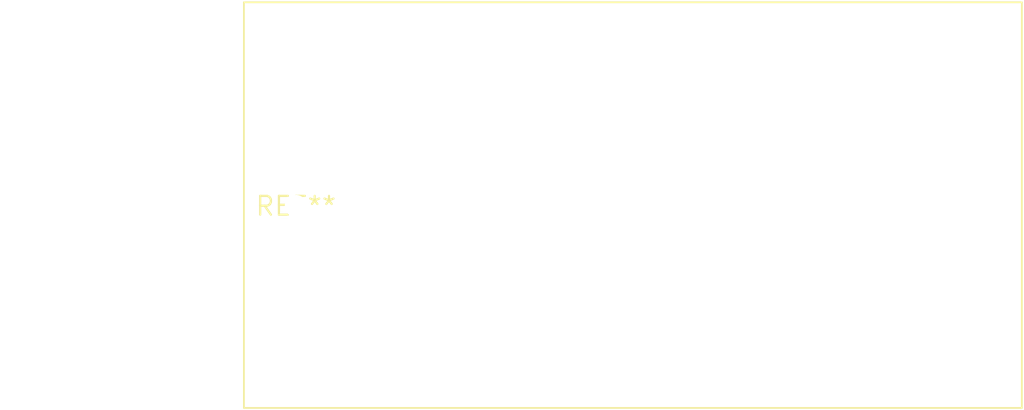
<source format=kicad_pcb>
(kicad_pcb (version 20240108) (generator pcbnew)
  (layers (0 "F.Cu" signal) (31 "B.Cu" signal) (34 "B.Paste" user) (35 "F.Paste" user) (36 "B.SilkS" user "B.Silkscreen") (37 "F.SilkS" user "F.Silkscreen") (38 "B.Mask" user) (39 "F.Mask" user) (44 "Edge.Cuts" user))
  (net 0 "")
  (footprint "Converter_ACDC_TRACO_TMLM-10-20_THT" (layer "F.Cu") (at 0 0)
    (property "Reference" "REF**")
    (property "Value" "Converter_ACDC_TRACO_TMLM-10-20_THT")
    (fp_line (start -3.52 -13.79) (end 49.12 -13.79) (layer "F.SilkS") (stroke (width 0.12)))
    (fp_line (start -3.52 13.66) (end -3.52 -13.79) (layer "F.SilkS") (stroke (width 0.12)))
    (fp_line (start 49.12 -13.79) (end 49.12 13.66) (layer "F.SilkS") (stroke (width 0.12)))
    (fp_line (start 49.12 13.66) (end -3.52 13.66) (layer "F.SilkS") (stroke (width 0.12)))
    (pad "" np_thru_hole circle (at 36 9.4) (size 4 4) (drill 4) (layers *.Cu *.Mask))
    (pad "1" thru_hole rect (at 0 0) (size 2.8 3) (drill 1.5) (layers *.Cu *.Mask) (remove_unused_layers))
    (pad "2" thru_hole circle (at 0 10.16) (size 3 3) (drill 1.5) (layers *.Cu *.Mask) (remove_unused_layers))
    (pad "3" thru_hole circle (at 45.72 10.16) (size 3 3) (drill 1.5) (layers *.Cu *.Mask) (remove_unused_layers))
    (pad "4" thru_hole circle (at 45.72 -10.16) (size 3 3) (drill 1.5) (layers *.Cu *.Mask) (remove_unused_layers))
  )
)
</source>
